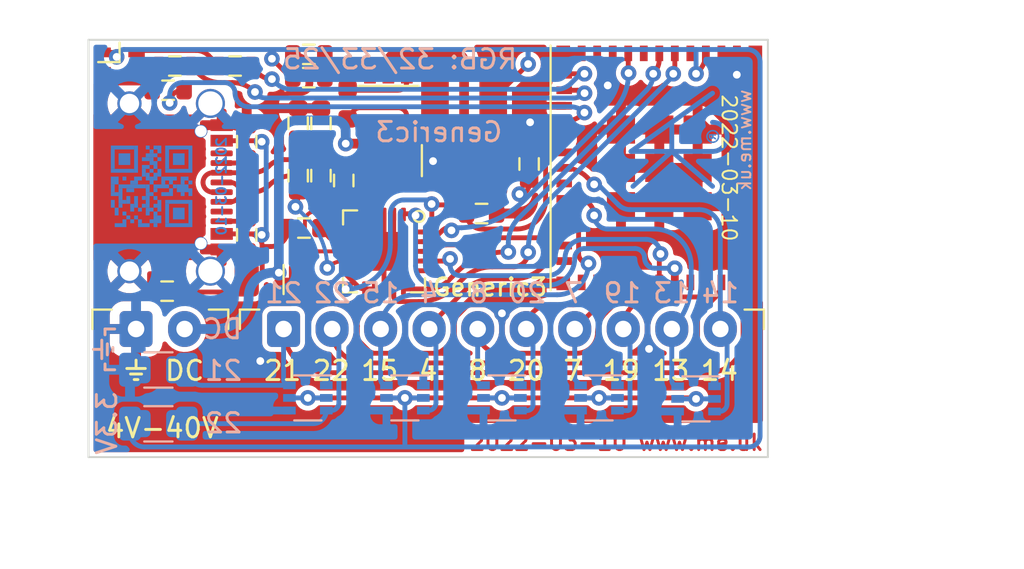
<source format=kicad_pcb>
(kicad_pcb (version 20211014) (generator pcbnew)
  (title_block (title "Generic ESP32-PICO-MINI Module") (date "${DATE}") (rev "1") (company "Adrian Kennard, Andrews & Arnold Ltd"))
  (layers (0 "F.Cu" signal) (31 "B.Cu" signal) (34 "B.Paste" user) (35 "F.Paste" user) (36 "B.SilkS" user "B.Silkscreen") (37 "F.SilkS" user "F.Silkscreen") (38 "B.Mask" user) (39 "F.Mask" user) (44 "Edge.Cuts" user))
  (property "DATE" "2022-03-10")
  (net 0 "")
  (net 1 "GND")
  (net 2 "VBUS")
  (net 3 "+3V3")
  (net 4 "IO2")
  (net 5 "IO1")
  (net 6 "IO4")
  (net 7 "IO3")
  (net 8 "IO5")
  (net 9 "IO6")
  (net 10 "IO7")
  (net 11 "IO8")
  (net 12 "IO9")
  (net 13 "DC")
  (net 14 "IO10")
  (net 16 "Net-(J3-PadB5)")
  (net 17 "Net-(J3-PadA5)")
  (net 19 "R")
  (net 20 "G")
  (net 21 "B")
  (net 22 "D-")
  (net 23 "D+")
  (net 26 "EN")
  (net 27 "CHARGER")
  (net 28 "USB")
  (net 31 "GPIO0")
  (net 34 "I")
  (net 35 "O")
  (net 37 "Net-(C3-Pad1)")
  (net 38 "Net-(R10-Pad2)")
  (net 39 "Net-(C1-Pad1)")
  (net 40 "Net-(D6-Pad2)")
  (net 41 "Net-(D6-Pad3)")
  (net 42 "Net-(D6-Pad4)")
  (net 47 "Net-(R11-Pad2)")
  (footprint "RevK:C_0603" (layer "F.Cu") (at 147.75 58.55 90)
    (fp_text reference "C1" hide)
    (fp_text value "47pF")
  )
  (footprint "RevK:R_0603" (layer "F.Cu") (at 141.05 56.85)
    (fp_text reference "R4" hide)
    (fp_text value "220R")
  )
  (footprint "RevK:C_0603" (layer "F.Cu") (at 141 67.2)
    (fp_text reference "C4" hide)
    (fp_text value "10nF")
  )
  (footprint "RevK:R_0603" (layer "F.Cu") (at 159.65 60.65 -90)
    (fp_text reference "R1" hide)
    (fp_text value "10k")
  )
  (footprint "RevK:D_1206" (layer "F.Cu") (at 146.5 66.6 180)
    (fp_text reference "D7" hide)
    (fp_text value "D")
  )
  (footprint "RevK:Hidden" (layer "F.Cu") (at 150.3 57.55 90)
    (fp_text reference "C5" hide)
    (fp_text value "0.1uF")
  )
  (footprint "RevK:C_0603" (layer "F.Cu") (at 157.2 63.2)
    (fp_text reference "C2" hide)
    (fp_text value "100nF")
  )
  (footprint "RevK:R_0603" (layer "F.Cu") (at 150.1 61.5 90)
    (fp_text reference "R12" hide)
    (fp_text value "10k")
  )
  (footprint "RevK:RegulatorBlockFB" (layer "F.Cu") (at 152.4 57.3)
    (fp_text reference "U3" hide)
    (fp_text value "LMR16006+FB")
  )
  (footprint "RevK:USC16-TR-Round" (layer "F.Cu") (at 136.95 61.85 -90)
    (fp_text reference "J3" hide)
    (fp_text value "USB-C")
  )
  (footprint "RevK:R_0603" (layer "F.Cu") (at 141.4 55.6)
    (fp_text reference "R3" hide)
    (fp_text value "2K")
  )
  (footprint "RevK:C_0603" (layer "F.Cu") (at 148.92548 58.56 90)
    (fp_text reference "C3" hide)
    (fp_text value "47pF")
  )
  (footprint "RevK:Hidden" (layer "F.Cu") (at 154.68 60.47)
    (fp_text reference "D8" hide)
    (fp_text value "Schottky")
  )
  (footprint "RevK:Molex_MiniSPOX_H2RA" (layer "F.Cu") (at 140.65 69.15)
    (fp_text reference "J1" hide)
    (fp_text value "DC")
  )
  (footprint "RevK:R_0603" (layer "F.Cu") (at 148.3 55)
    (fp_text reference "R10" hide)
    (fp_text value "30k 1% or NF")
  )
  (footprint "RevK:Hidden" (layer "F.Cu") (at 156.3 57.3 -90)
    (fp_text reference "L1" hide)
    (fp_text value "6.8uH")
  )
  (footprint "RevK:R_0603" (layer "F.Cu") (at 145.1 59.5 90)
    (fp_text reference "R5" hide)
    (fp_text value "5K1")
  )
  (footprint "RevK:R_0603" (layer "F.Cu") (at 148.92548 61.25 -90)
    (fp_text reference "R8" hide)
    (fp_text value "27R")
  )
  (footprint "RevK:ESP32-PICO-MINI-02" (layer "F.Cu") (at 166.35675 60.85 -90)
    (fp_text reference "U1" hide)
    (fp_text value "ESP32-PICO-MINI-02")
  )
  (footprint "RevK:Molex_MiniSPOX_H10RA" (layer "F.Cu") (at 158.25 69.15)
    (fp_text reference "J2" hide)
    (fp_text value "I/O")
  )
  (footprint "RevK:QFN-20-1EP_4x4mm_P0.5mm_EP2.5x2.5mm" (layer "F.Cu") (at 152.175 65.15 -90)
    (fp_text reference "U2" hide)
    (fp_text value "FT231XQ")
  )
  (footprint "RevK:Hidden" (layer "F.Cu") (at 151.55 60.85 90)
    (fp_text reference "C6" hide)
    (fp_text value "2.2uF")
  )
  (footprint "RevK:LED-RGB-1.6x1.6" (layer "F.Cu") (at 138.55 55.4 180)
    (fp_text reference "D6" hide)
    (fp_text value "RGB")
  )
  (footprint "RevK:R_0603" (layer "F.Cu") (at 148.05 63.95)
    (fp_text reference "R11" hide)
    (fp_text value "4k7")
  )
  (footprint "RevK:R_0603" (layer "F.Cu") (at 148.3 56.2)
    (fp_text reference "R9" hide)
    (fp_text value "100k 1% or 0R")
  )
  (footprint "RevK:R_0603" (layer "F.Cu") (at 147.75 61.25 -90)
    (fp_text reference "R7" hide)
    (fp_text value "27R")
  )
  (footprint "RevK:Hidden" (layer "F.Cu") (at 157.8 60.85 90)
    (fp_text reference "C7" hide)
    (fp_text value "10uF")
  )
  (footprint "RevK:R_0603" (layer "F.Cu") (at 145.1 64.3 90)
    (fp_text reference "R6" hide)
    (fp_text value "5K1")
  )
  (footprint "RevK:R_0603" (layer "F.Cu") (at 144.5 55.6)
    (fp_text reference "R2" hide)
    (fp_text value "680R")
  )
  (footprint "Package_TO_SOT_SMD:SOT-363_SC-70-6" (layer "B.Cu") (at 163.25 72.7 180)
    (fp_text reference "D4" hide)
    (fp_text value "BAV99S")
  )
  (footprint "RevK:Pad_1206_0805_Open" (layer "B.Cu") (at 140.55 71.25)
    (fp_text reference "JP1" hide)
    (fp_text value "Jumper_2_Open")
  )
  (footprint "Package_TO_SOT_SMD:SOT-363_SC-70-6" (layer "B.Cu") (at 148.25 72.7 180)
    (fp_text reference "D1" hide)
    (fp_text value "BAV99S")
  )
  (footprint "Package_TO_SOT_SMD:SOT-363_SC-70-6" (layer "B.Cu") (at 158.25 72.7 180)
    (fp_text reference "D3" hide)
    (fp_text value "BAV99S")
  )
  (footprint "Package_TO_SOT_SMD:SOT-363_SC-70-6" (layer "B.Cu") (at 153.25 72.7 180)
    (fp_text reference "D2" hide)
    (fp_text value "BAV99S")
  )
  (footprint "RevK:QR-GENERIC" (layer "B.Cu") (at 140.2 61.8 -90)
    (fp_text reference "U4" hide)
    (fp_text value "QR" hide)
  )
  (footprint "Package_TO_SOT_SMD:SOT-363_SC-70-6" (layer "B.Cu") (at 168.25 72.75 180)
    (fp_text reference "D5" hide)
    (fp_text value "BAV99S")
  )
  (footprint "RevK:Pad_1206_0805_Open" (layer "B.Cu") (at 140.55 74.025)
    (fp_text reference "JP2" hide)
    (fp_text value "Jumper_2_Open")
  )
  (footprint "RevK:AJK" (layer "B.Cu") (at 167 60 -90)
    (fp_text reference "Logo1" hide)
    (fp_text value "AJK" hide)
  )
  (gr_line (start 138.3 71.25) (end 137.8 71.25) (layer "B.SilkS") (width 0.15))
  (gr_line (start 137.8 70.95) (end 137.8 71.25) (layer "B.SilkS") (width 0.15))
  (gr_line (start 137.8 69.15) (end 137.8 69.45) (layer "B.SilkS") (width 0.15))
  (gr_line (start 138.3 69.15) (end 137.8 69.15) (layer "B.SilkS") (width 0.15))
  (gr_line (start 136.95 75.75) (end 171.95 75.75) (layer "Edge.Cuts") (width 0.1))
  (gr_line (start 171.95 75.75) (end 171.95 54.25) (layer "Edge.Cuts") (width 0.1))
  (gr_line (start 136.95 54.25) (end 136.95 75.75) (layer "Edge.Cuts") (width 0.1))
  (gr_line (start 171.95 54.25) (end 136.95 54.25) (layer "Edge.Cuts") (width 0.1))
  (gr_text "${DATE} www.me.uk" (at 171.8 75) (layer "F.Cu") (effects (font (size 0.8 0.8)) (justify right)))
  (gr_text "DC" (at 143.85 69.15) (layer "B.SilkS") (effects (font (size 1 1)) (justify mirror)))
  (gr_text "Generic3" (at 155 59) (layer "B.SilkS") (effects (font (size 1 1)) (justify mirror)))
  (gr_text "21" (at 143.897619 71.3) (layer "B.SilkS") (effects (font (size 1 1)) (justify mirror)))
  (gr_text "13" (at 167 67.3) (layer "B.SilkS") (effects (font (size 1 1)) (justify mirror)))
  (gr_text "3.3V" (at 137.9 74 90) (layer "B.SilkS") (effects (font (size 1 1)) (justify mirror)))
  (gr_text "RGB: 32/33/25" (at 153 55.25) (layer "B.SilkS") (effects (font (size 1 1)) (justify mirror)))
  (gr_text "8" (at 157.05 67.3) (layer "B.SilkS") (effects (font (size 1 1)) (justify mirror)))
  (gr_text "4" (at 154.5 67.3) (layer "B.SilkS") (effects (font (size 1 1)) (justify mirror)))
  (gr_text "19" (at 164.45 67.3) (layer "B.SilkS") (effects (font (size 1 1)) (justify mirror)))
  (gr_text "21" (at 147 67.3) (layer "B.SilkS") (effects (font (size 1 1)) (justify mirror)))
  (gr_text "22" (at 143.897619 74) (layer "B.SilkS") (effects (font (size 1 1)) (justify mirror)))
  (gr_text "20" (at 159.55 67.3) (layer "B.SilkS") (effects (font (size 1 1)) (justify mirror)))
  (gr_text "15" (at 152 67.3) (layer "B.SilkS") (effects (font (size 1 1)) (justify mirror)))
  (gr_text "7" (at 161.95 67.3) (layer "B.SilkS") (effects (font (size 1 1)) (justify mirror)))
  (gr_text "14" (at 169.5 67.3) (layer "B.SilkS") (effects (font (size 1 1)) (justify mirror)))
  (gr_text "⏚" (at 137.75 70.200001 90) (layer "B.SilkS") (effects (font (size 1 1)) (justify mirror)))
  (gr_text "22" (at 149.5 67.3) (layer "B.SilkS") (effects (font (size 1 1)) (justify mirror)))
  (gr_text "⏚" (at 139.4 71.3) (layer "F.SilkS") (effects (font (size 1 1))))
  (gr_text "4" (at 154.45 71.3) (layer "F.SilkS") (effects (font (size 1 1))))
  (gr_text "19" (at 164.4 71.3) (layer "F.SilkS") (effects (font (size 1 1))))
  (gr_text "Generic3" (at 154.6 67) (layer "F.SilkS") (effects (font (size 0.9 0.9)) (justify left)))
  (gr_text "15" (at 151.95 71.3) (layer "F.SilkS") (effects (font (size 1 1))))
  (gr_text "21" (at 146.95 71.3) (layer "F.SilkS") (effects (font (size 1 1))))
  (gr_text "14" (at 169.45 71.3) (layer "F.SilkS") (effects (font (size 1 1))))
  (gr_text "7" (at 161.9 71.3) (layer "F.SilkS") (effects (font (size 1 1))))
  (gr_text "22" (at 149.45 71.3) (layer "F.SilkS") (effects (font (size 1 1))))
  (gr_text "DC" (at 141.9 71.3) (layer "F.SilkS") (effects (font (size 1 1))))
  (gr_text "4V-40V" (at 140.75 74.25) (layer "F.SilkS") (effects (font (size 1 1))))
  (gr_text "8" (at 157 71.3) (layer "F.SilkS") (effects (font (size 1 1))))
  (gr_text "13" (at 166.95 71.3) (layer "F.SilkS") (effects (font (size 1 1))))
  (gr_text "20" (at 159.5 71.3) (layer "F.SilkS") (effects (font (size 1 1))))
  (segment (start 151.175 64.15) (end 151.7375 64.7125) (width 0.25) (layer "F.Cu") (net 1))
  (segment (start 151.513498 70.39952) (end 155.20048 70.39952) (width 0.25) (layer "F.Cu") (net 1))
  (segment (start 150.654809 60.90481) (end 151.55 61.8) (width 0.25) (layer "F.Cu") (net 1))
  (segment (start 157.8 61.8) (end 157.8 63.025) (width 0.25) (layer "F.Cu") (net 1))
  (segment (start 150.8 69) (end 150.8 69.686022) (width 0.25) (layer "F.Cu") (net 1))
  (segment (start 152.675 64.65) (end 152.175 65.15) (width 0.25) (layer "F.Cu") (net 1))
  (segment (start 148.4 55.908217) (end 148.4 56.491783) (width 0.25) (layer "F.Cu") (net 1))
  (segment (start 147.891783 57) (end 147.4 57) (width 0.25) (layer "F.Cu") (net 1))
  (segment (start 145.9 58.6) (end 145.175 58.6) (width 0.25) (layer "F.Cu") (net 1))
  (segment (start 143.81 65.05) (end 145.025 65.05) (width 0.25) (layer "F.Cu") (net 1))
  (segment (start 147.475 55) (end 147.491783 55) (width 0.25) (layer "F.Cu") (net 1))
  (segment (start 152.175 63.2125) (end 152.175 65.15) (width 0.25) (layer "F.Cu") (net 1))
  (segment (start 155.8 68.613978) (end 156.513498 67.90048) (width 0.25) (layer "F.Cu") (net 1))
  (segment (start 146.4 58) (end 146.4 58.1) (width 0.25) (layer "F.Cu") (net 1))
  (segment (start 151.675 63.2125) (end 151.675 61.925) (width 0.25) (layer "F.Cu") (net 1))
  (segment (start 156.1625 60.47) (end 154.73 60.47) (width 0.5) (layer "F.Cu") (net 1))
  (segment (start 139.4 69.15) (end 139.4 71.5) (width 0.25) (layer "F.Cu") (net 1))
  (segment (start 157.8 63.025) (end 157.975 63.2) (width 0.25) (layer "F.Cu") (net 1))
  (segment (start 151.675 61.925) (end 151.55 61.8) (width 0.25) (layer "F.Cu") (net 1))
  (segment (start 156.513498 67.90048) (end 157.98777 67.90048) (width 0.25) (layer "F.Cu") (net 1))
  (segment (start 151.7375 64.7125) (end 152.175 65.15) (width 0.25) (layer "F.Cu") (net 1))
  (segment (start 152.675 63.2125) (end 152.675 64.65) (width 0.25) (layer "F.Cu") (net 1))
  (segment (start 150.2375 64.15) (end 151.175 64.15) (width 0.25) (layer "F.Cu") (net 1))
  (segment (start 151.675 63.2125) (end 151.675 64.65) (width 0.25) (layer "F.Cu") (net 1))
  (segment (start 146.262507 67.8) (end 149.6 67.8) (width 0.25) (layer "F.Cu") (net 1))
  (segment (start 152.175 67.0875) (end 152.175 65.15) (width 0.25) (layer "F.Cu") (net 1))
  (segment (start 158.197793 68.110503) (end 158.197793 68.288933) (width 0.25) (layer "F.Cu") (net 1))
  (segment (start 155.8 69.8) (end 155.8 68.613978) (width 0.25) (layer "F.Cu") (net 1))
  (segment (start 151.175 63.2125) (end 151.175 64.15) (width 0.25) (layer "F.Cu") (net 1))
  (segment (start 139.4 71.5) (end 143.4 71.5) (width 0.25) (layer "F.Cu") (net 1))
  (segment (start 143.6 71.3) (end 143.6 70.462507) (width 0.25) (layer "F.Cu") (net 1))
  (segment (start 150.8 69.686022) (end 151.513498 70.39952) (width 0.25) (layer "F.Cu") (net 1))
  (via (at 159.7 58.5) (size 0.8) (drill 0.4) (layers "F.Cu" "B.Cu") (net 1))
  (via (at 158.25 68.34114) (size 0.8) (drill 0.4) (layers "F.Cu" "B.Cu") (net 1))
  (via (at 154.7 60.5) (size 0.8) (drill 0.4) (layers "F.Cu" "B.Cu") (net 1))
  (via (at 165.827661 70.1755) (size 0.8) (drill 0.4) (layers "F.Cu" "B.Cu") (net 1))
  (via (at 163.7 56.6) (size 0.8) (drill 0.4) (layers "F.Cu" "B.Cu") (net 1))
  (via (at 170.35 56.05) (size 0.8) (drill 0.4) (layers "F.Cu" "B.Cu") (net 1))
  (via (at 145.8 70.8) (size 0.8) (drill 0.4) (layers "F.Cu" "B.Cu") (net 1))
  (arc (start 146.4 58.1) (mid 146.253553 58.453553) (end 145.9 58.6) (width 0.25) (layer "F.Cu") (net 1))
  (arc (start 154.73 60.47) (mid 154.708787 60.478787) (end 154.7 60.5) (width 0.5) (layer "F.Cu") (net 1))
  (arc (start 147.4 57) (mid 146.692893 57.292893) (end 146.4 58) (width 0.25) (layer "F.Cu") (net 1))
  (arc (start 143.4 71.5) (mid 143.541421 71.441421) (end 143.6 71.3) (width 0.25) (layer "F.Cu") (net 1))
  (arc (start 143.6 70.462507) (mid 144.37983 68.57983) (end 146.262507 67.8) (width 0.25) (layer "F.Cu") (net 1))
  (arc (start 155.20048 70.39952) (mid 155.624405 70.223925) (end 155.8 69.8) (width 0.25) (layer "F.Cu") (net 1))
  (arc (start 149.6 67.8) (mid 150.448528 68.151472) (end 150.8 69) (width 0.25) (layer "F.Cu") (net 1))
  (arc (start 148.4 56.491783) (mid 148.251147 56.851147) (end 147.891783 57) (width 0.25) (layer "F.Cu") (net 1))
  (arc (start 145.175 58.6) (mid 145.121967 58.621967) (end 145.1 58.675) (width 0.25) (layer "F.Cu") (net 1))
  (arc (start 157.98777 67.90048) (mid 158.136279 67.961994) (end 158.197793 68.110503) (width 0.25) (layer "F.Cu") (net 1))
  (arc (start 158.197793 68.288933) (mid 158.213084 68.325849) (end 158.25 68.34114) (width 0.25) (layer "F.Cu") (net 1))
  (arc (start 145.025 65.05) (mid 145.078033 65.071967) (end 145.1 65.125) (width 0.25) (layer "F.Cu") (net 1))
  (arc (start 150.1 60.675) (mid 150.400261 60.734726) (end 150.654809 60.90481) (width 0.25) (layer "F.Cu") (net 1))
  (arc (start 147.491783 55) (mid 148.133989 55.266011) (end 148.4 55.908217) (width 0.25) (layer "F.Cu") (net 1))
  (segment (start 149.024012 71.710841) (end 149.040273 71.709727) (width 0.25) (layer "B.Cu") (net 1))
  (segment (start 149.040273 71.709727) (end 149.300544 71.969999) (width 0.25) (layer "B.Cu") (net 1))
  (segment (start 160.832765 63.509991) (end 160.832765 65.47411) (width 0.25) (layer "B.Cu") (net 1))
  (segment (start 149.974501 63.629205) (end 149.974501 66.300099) (width 0.25) (layer "B.Cu") (net 1))
  (segment (start 168.3 68.613978) (end 168.7 68.213978) (width 0.25) (layer "B.Cu") (net 1))
  (segment (start 163.2 70.3) (end 163.2 68.4) (width 0.25) (layer "B.Cu") (net 1))
  (segment (start 153.3 68.613978) (end 153.3 70.1) (width 0.25) (layer "B.Cu") (net 1))
  (segment (start 160.832765 65.47411) (end 160.382374 65.924501) (width 0.25) (layer "B.Cu") (net 1))
  (segment (start 167.7 63.5) (end 164.364296 63.5) (width 0.25) (layer "B.Cu") (net 1))
  (segment (start 152.132927 61.470779) (end 149.974501 63.629205) (width 0.25) (layer "B.Cu") (net 1))
  (segment (start 148.301494 67.973106) (end 148.301494 70.101494) (width 0.25) (layer "B.Cu") (net 1))
  (segment (start 169.00772 71.06181) (end 168.901125 71.027175) (width 0.25) (layer "B.Cu") (net 1))
  (segment (start 154.736921 64.575728) (end 154.736921 63.744697) (width 0.25) (layer "B.Cu") (net 1))
  (segment (start 163.7 56.6) (end 163.7 55.782842) (width 0.25) (layer "B.Cu") (net 1))
  (segment (start 155.279646 64.793396) (end 155.259061 64.813981) (width 0.25) (layer "B.Cu") (net 1))
  (segment (start 154.736921 63.744697) (end 155.670779 62.810839) (width 0.25) (layer "B.Cu") (net 1))
  (segment (start 169.2 72.1) (end 169.2 71.380998) (width 0.25) (layer "B.Cu") (net 1))
  (segment (start 154.2 70.8) (end 154.2 71.85) (width 0.25) (layer "B.Cu") (net 1))
  (segment (start 168.845085 71.026083) (end 168.826083 71.026083) (width 0.25) (layer "B.Cu") (net 1))
  (segment (start 163.8 70.8) (end 163.7 70.8) (width 0.25) (layer "B.Cu") (net 1))
  (segment (start 169.098394 71.127689) (end 169.00772 71.06181) (width 0.25) (layer "B.Cu") (net 1))
  (segment (start 161.487868 55.412132) (end 160.9 56) (width 0.25) (layer "B.Cu") (net 1))
  (segment (start 168.901125 71.027175) (end 168.845085 71.026083) (width 0.25) (layer "B.Cu") (net 1))
  (segment (start 168.7 64.5) (end 167.7 63.5) (width 0.25) (layer "B.Cu") (net 1))
  (segment (start 169.198908 71.324958) (end 169.164273 71.218363) (width 0.25) (layer "B.Cu") (net 1))
  (segment (start 163.258579 55.2) (end 162 55.2) (width 0.25) (layer "B.Cu") (net 1))
  (segment (start 148.301494 70.101494) (end 148.9807 70.7807) (width 0.25) (layer "B.Cu") (net 1))
  (segment (start 155.259061 64.813981) (end 154.975174 64.813981) (width 0.25) (layer "B.Cu") (net 1))
  (segment (start 154 70.8) (end 154.2 70.8) (width 0.25) (layer "B.Cu") (net 1))
  (segment (start 148.979586 71.666415) (end 148.995847 71.69458) (width 0.25) (layer "B.Cu") (net 1))
  (segment (start 168.826083 71.026083) (end 168.3 70.5) (width 0.25) (layer "B.Cu") (net 1))
  (segment (start 149.285237 72.006954) (end 149.242191 72.05) (width 0.25) (layer "B.Cu") (net 1))
  (segment (start 164.364296 63.5) (end 163.379816 62.51552) (width 0.25) (layer "B.Cu") (net 1))
  (segment (start 168.3 70.5) (end 168.3 68.613978) (width 0.25) (layer "B.Cu") (net 1))
  (segment (start 148.995847 71.69458) (end 149.024012 71.710841) (width 0.25) (layer "B.Cu") (net 1))
  (segment (start 160.382374 65.924501) (end 157.010949 65.924501) (width 0.25) (layer "B.Cu") (net 1))
  (segment (start 163.379816 62.51552) (end 161.827236 62.51552) (width 0.25) (layer "B.Cu") (net 1))
  (segment (start 149.300544 71.969999) (end 149.285237 72.006954) (width 0.25) (layer "B.Cu") (net 1))
  (segment (start 161.827236 62.51552) (end 160.832765 63.509991) (width 0.25) (layer "B.Cu") (net 1))
  (segment (start 155.670779 62.810839) (end 155.670779 61.470779) (width 0.25) (layer "B.Cu") (net 1))
  (segment (start 155.670779 61.470779) (end 152.132927 61.470779) (width 0.25) (layer "B.Cu") (net 1))
  (segment (start 148.9807 70.7807) (end 148.9807 71.650154) (width 0.25) (layer "B.Cu") (net 1))
  (segment (start 168.7 68.213978) (end 168.7 64.5) (width 0.25) (layer "B.Cu") (net 1))
  (segment (start 148.9807 71.650154) (end 148.979586 71.666415) (width 0.25) (layer "B.Cu") (net 1))
  (segment (start 149.974501 66.300099) (end 148.301494 67.973106) (width 0.25) (layer "B.Cu") (net 1))
  (segment (start 149.242191 72.05) (end 149.2 72.05) (width 0.25) (layer "B.Cu") (net 1))
  (segment (start 164.2 72.05) (end 164.2 71.4) (width 0.25) (layer "B.Cu") (net 1))
  (segment (start 157.010949 65.924501) (end 155.879844 64.793396) (width 0.25) (layer "B.Cu") (net 1))
  (segment (start 169.164273 71.218363) (end 169.098394 71.127689) (width 0.25) (layer "B.Cu") (net 1))
  (segment (start 154.013498 67.90048) (end 162.70048 67.90048) (width 0.25) (layer "B.Cu") (net 1))
  (segment (start 155.879844 64.793396) (end 155.279646 64.793396) (width 0.25) (layer "B.Cu") (net 1))
  (segment (start 148.9807 71.650155) (end 149.040273 71.709727) (width 0.25) (layer "B.Cu") (net 1))
  (segment (start 154.975174 64.813981) (end 154.736921 64.575728) (width 0.25) (layer "B.Cu") (net 1))
  (segment (start 169.2 71.380998) (end 169.198908 71.324958) (width 0.25) (layer "B.Cu") (net 1))
  (arc (start 163.7 55.782842) (mid 163.648022 55.52153) (end 163.5 55.3) (width 0.25) (layer "B.Cu") (net 1))
  (arc (start 164.2 71.2) (mid 164.082843 70.917157) (end 163.8 70.8) (width 0.25) (layer "B.Cu") (net 1))
  (arc (start 153.3 70.1) (mid 153.505025 70.594975) (end 154 70.8) (width 0.25) (layer "B.Cu") (net 1))
  (arc (start 163.2 68.4) (mid 163.053694 68.046786) (end 162.70048 67.90048) (width 0.25) (layer "B.Cu") (net 1))
  (arc (start 163.5 55.3) (mid 163.389235 55.225989) (end 163.258579 55.2) (width 0.25) (layer "B.Cu") (net 1))
  (arc (start 163.7 70.8) (mid 163.346447 70.653553) (end 163.2 70.3) (width 0.25) (layer "B.Cu") (net 1))
  (arc (start 162 55.2) (mid 161.722836 55.255131) (end 161.487868 55.412132) (width 0.25) (layer "B.Cu") (net 1))
  (arc (start 154.013498 67.90048) (mid 153.508979 68.109459) (end 153.3 68.613978) (width 0.25) (layer "B.Cu") (net 1))
  (segment (start 143.81 64.25) (end 145.752864 64.25) (width 0.25) (layer "F.Cu") (net 2))
  (segment (start 145.89952 64.90048) (end 146.338824 64.90048) (width 0.25) (layer "F.Cu") (net 2))
  (segment (start 145.1 66.6) (end 145.5 66.6) (width 0.25) (layer "F.Cu") (net 2))
  (segment (start 145.89952 64.90048) (end 145.89952 66.20048) (width 0.25) (layer "F.Cu") (net 2))
  (segment (start 143.81 59.45) (end 145.752864 59.45) (width 0.25) (layer "F.Cu") (net 2))
  (segment (start 141.819511 67.244511) (end 144.455489 67.244511) (width 0.25) (layer "F.Cu") (net 2))
  (segment (start 147.225 63.95) (end 147.225 64.014304) (width 0.25) (layer "F.Cu") (net 2))
  (segment (start 141.775 67.2) (end 141.819511 67.244511) (width 0.25) (layer "F.Cu") (net 2))
  (via (at 145.873574 64.3) (size 0.8) (drill 0.4) (layers "F.Cu" "B.Cu") (net 2))
  (via (at 145.873574 59.5) (size 0.8) (drill 0.4) (layers "F.Cu" "B.Cu") (net 2))
  (arc (start 145.752864 59.45) (mid 145.818191 59.462995) (end 145.873574 59.5) (width 0.25) (layer "F.Cu") (net 2))
  (arc (start 147.225 64.014304) (mid 146.965445 64.640925) (end 146.338824 64.90048) (width 0.25) (layer "F.Cu") (net 2))
  (arc (start 145.24904 64.25) (mid 145.708999 64.440521) (end 145.89952 64.90048) (width 0.25) (layer "F.Cu") (net 2))
  (arc (start 145.752864 64.25) (mid 145.818191 64.262995) (end 145.873574 64.3) (width 0.25) (layer "F.Cu") (net 2))
  (arc (start 144.455489 67.244511) (mid 144.911227 67.055738) (end 145.1 66.6) (width 0.25) (layer "F.Cu") (net 2))
  (arc (start 145.5 66.6) (mid 145.782503 66.482983) (end 145.89952 66.20048) (width 0.25) (layer "F.Cu") (net 2))
  (segment (start 145.92299 64.298924) (end 145.873574 64.3) (width 0.25) (layer "B.Cu") (net 2))
  (segment (start 146.104044 59.68213) (end 146.104044 64.11787) (width 0.25) (layer "B.Cu") (net 2))
  (segment (start 145.873574 59.5) (end 145.92299 59.501076) (width 0.25) (layer "B.Cu") (net 2))
  (segment (start 145.92299 59.501076) (end 146.104044 59.68213) (width 0.25) (layer "B.Cu") (net 2))
  (segment (start 146.104044 64.11787) (end 145.92299 64.298924) (width 0.25) (layer "B.Cu") (net 2))
  (segment (start 163.25 72.7) (end 168.05 72.7) (width 0.25) (layer "F.Cu") (net 3))
  (segment (start 150.587989 66.712011) (end 150.813909 66.937931) (width 0.25) (layer "F.Cu") (net 3))
  (segment (start 156.038191 62.756124) (end 154.674074 62.756124) (width 0.25) (layer "F.Cu") (net 3))
  (segment (start 137.675 54.9) (end 138.16925 54.9) (width 0.25) (layer "F.Cu") (net 3))
  (segment (start 150.2 67.1) (end 150.587989 66.712011) (width 0.25) (layer "F.Cu") (net 3))
  (segment (start 157.8 59.9) (end 159.575 59.9) (width 0.25) (layer "F.Cu") (net 3))
  (segment (start 158.25 72.7) (end 163.25 72.7) (width 0.25) (layer "F.Cu") (net 3))
  (segment (start 146.4 55.227609) (end 147.372391 56.2) (width 0.25) (layer "F.Cu") (net 3))
  (segment (start 154.635971 63.693733) (end 154.635971 62.718021) (width 0.25) (layer "F.Cu") (net 3))
  (segment (start 154.628244 62.710294) (end 154.674074 62.756124) (width 0.25) (layer "F.Cu") (net 3))
  (segment (start 147.372391 56.2) (end 147.475 56.2) (width 0.25) (layer "F.Cu") (net 3))
  (segment (start 159.6 55.5) (end 157.835356 57.264644) (width 0.25) (layer "F.Cu") (net 3))
  (segment (start 157.22452 63.99952) (end 159.00048 63.99952) (width 0.25) (layer "F.Cu") (net 3))
  (segment (start 148.25 72.7) (end 153.25 72.7) (width 0.25) (layer "F.Cu") (net 3))
  (segment (start 151.175 67.0875) (end 151.675 67.0875) (width 0.25) (layer "F.Cu") (net 3))
  (segment (start 168.372614 55.877386) (end 168.25 56) (width 0.25) (layer "F.Cu") (net 3))
  (segment (start 160.5 62.5) (end 160.5 60.675) (width 0.25) (layer "F.Cu") (net 3))
  (segment (start 150.2375 66.361522) (end 150.587989 66.712011) (width 0.25) (layer "F.Cu") (net 3))
  (segment (start 150.2375 66.15) (end 150.2375 66.361522) (width 0.25) (layer "F.Cu") (net 3))
  (segment (start 153.25 72.7) (end 158.25 72.7) (width 0.25) (layer "F.Cu") (net 3))
  (segment (start 138.16925 54.9) (end 138.400499 55.131249) (width 0.25) (layer "F.Cu") (net 3))
  (via (at 153.25 72.7) (size 0.8) (drill 0.4) (layers "F.Cu" "B.Cu") (net 3))
  (via (at 148.25 72.7) (size 0.8) (drill 0.4) (layers "F.Cu" "B.Cu") (net 3))
  (via (at 138.400499 55.131249) (size 0.8) (drill 0.4) (layers "F.Cu" "B.Cu") (net 3))
  (via (at 146.4 55.227609) (size 0.8) (drill 0.4) (layers "F.Cu" "B.Cu") (net 3))
  (via (at 168.25 56) (size 0.8) (drill 0.4) (layers "F.Cu" "B.Cu") (net 3))
  (via (at 168.25 72.75) (size 0.8) (drill 0.4) (layers "F.Cu" "B.Cu") (net 3))
  (via (at 159.6 55.5) (size 0.8) (drill 0.4) (layers "F.Cu" "B.Cu") (net 3))
  (via (at 158.25 72.7) (size 0.8) (drill 0.4) (layers "F.Cu" "B.Cu") (net 3))
  (via (at 154.628244 62.710294) (size 0.8) (drill 0.4) (layers "F.Cu" "B.Cu") (net 3))
  (via (at 150.2 67.1) (size 0.8) (drill 0.4) (layers "F.Cu" "B.Cu") (net 3))
  (via (at 163.25 72.7) (size 0.8) (drill 0.4) (layers "F.Cu" "B.Cu") (net 3))
  (arc (start 156.425 63.2) (mid 156.659174 63.765346) (end 157.22452 63.99952) (width 0.25) (layer "F.Cu") (net 3))
  (arc (start 150.813909 66.937931) (mid 150.979579 67.048628) (end 151.175 67.0875) (width 0.25) (layer "F.Cu") (net 3))
  (arc (start 156.425 63.2) (mid 156.314507 62.906429) (end 156.038191 62.756124) (width 0.25) (layer "F.Cu") (net 3))
  (arc (start 159.00048 63.99952) (mid 160.060801 63.560321) (end 160.5 62.5) (width 0.25) (layer "F.Cu") (net 3))
  (arc (start 159.575 59.9) (mid 159.628033 59.878033) (end 159.65 59.825) (width 0.25) (layer "F.Cu") (net 3))
  (arc (start 157.835356 57.264644) (mid 157.809189 57.303805) (end 157.8 57.35) (width 0.25) (layer "F.Cu") (net 3))
  (arc (start 160.5 60.675) (mid 160.251041 60.073959) (end 159.65 59.825) (width 0.25) (layer "F.Cu") (net 3))
  (arc (start 154.1125 64.15) (mid 154.458777 64.01967) (end 154.635971 63.693733) (width 0.25) (layer "F.Cu") (net 3))
  (arc (start 168.75675 54.95) (mid 168.656916 55.451898) (end 168.372614 55.877386) (width 0.25) (layer "F.Cu") (net 3))
  (segment (start 168.25 54.75) (end 168.1 54.75) (width 0.25) (layer "B.Cu") (net 3))
  (segment (start 168.25 72.75) (end 169.2 72.75) (width 0.25) (layer "B.Cu") (net 3))
  (segment (start 171.55 55.7) (end 171.55 55.4) (width 0.25) (layer "B.Cu") (net 3))
  (segment (start 152.5 64.8) (end 152.5 63.2) (width 0.25) (layer "B.Cu") (net 3))
  (segment (start 167.3 72.75) (end 168.25 72.75) (width 0.25) (layer "B.Cu") (net 3))
  (segment (start 152.3 72.7) (end 153.25 72.7) (width 0.25) (layer "B.Cu") (net 3))
  (segment (start 148.25 72.7) (end 149.2 72.7) (width 0.25) (layer "B.Cu") (net 3))
  (segment (start 158.25 72.7) (end 159.2 72.7) (width 0.25) (layer "B.Cu") (net 3))
  (segment (start 153.2 62.5) (end 154.41795 62.5) (width 0.25) (layer "B.Cu") (net 3))
  (segment (start 163.25 72.7) (end 164.2 72.7) (width 0.25) (layer "B.Cu") (net 3))
  (segment (start 147.3 72.7) (end 148.25 72.7) (width 0.25) (layer "B.Cu") (net 3))
  (segment (start 139.0875 74.4875) (end 139.0875 74.025) (width 0.25) (layer "B.Cu") (net 3))
  (segment (start 168.25 56) (end 168.25 54.75) (width 0.25) (layer "B.Cu") (net 3))
  (segment (start 159.6 54.75) (end 159.6 55.6) (width 0.25) (layer "B.Cu") (net 3))
  (segment (start 146.477232 55.227609) (end 146.477232 54.786454) (width 0.25) (layer "B.Cu") (net 3))
  (segment (start 153.25 72.7) (end 154.2 72.7) (width 0.25) (layer "B.Cu") (net 3))
  (segment (start 162.3 72.7) (end 163.25 72.7) (width 0.25) (layer "B.Cu") (net 3))
  (segment (start 159.6 55.5) (end 159.6 54.75) (width 0.25) (layer "B.Cu") (net 3))
  (segment (start 168.1 54.75) (end 138.781748 54.75) (width 0.25) (layer "B.Cu") (net 3))
  (segment (start 171.55 55.7) (end 171.55 74.65) (width 0.25) (layer "B.Cu") (net 3))
  (segment (start 170.97548 75.22452) (end 139.82452 75.22452) (width 0.25) (layer "B.Cu") (net 3))
  (segment (start 170.9 54.75) (end 168.25 54.75) (width 0.25) (layer "B.Cu") (net 3))
  (segment (start 157.3 72.7) (end 158.25 72.7) (width 0.25) (layer "B.Cu") (net 3))
  (segment (start 153.25 72.5) (end 153.25 75.19904) (width 0.25) (layer "B.Cu") (net 3))
  (arc (start 139.82452 75.22452) (mid 139.303368 75.008652) (end 139.0875 74.4875) (width 0.25) (layer "B.Cu") (net 3))
  (arc (start 154.41795 62.5) (mid 154.56665 62.561594) (end 154.628244 62.710294) (width 0.25) (layer "B.Cu") (net 3))
  (arc (start 152.5 63.2) (mid 152.705025 62.705025) (end 153.2 62.5) (width 0.25) (layer "B.Cu") (net 3))
  (arc (start 171.55 55.4) (mid 171.359619 54.940381) (end 170.9 54.75) (width 0.25) (layer "B.Cu") (net 3))
  (arc (start 150.2 67.1) (mid 151.826346 66.426346) (end 152.5 64.8) (width 0.25) (layer "B.Cu") (net 3))
  (arc (start 171.55 74.65) (mid 171.381727 75.056247) (end 170.97548 75.22452) (width 0.25) (layer "B.Cu") (net 3))
  (arc (start 138.781748 54.75) (mid 138.512164 54.861665) (end 138.400499 55.131249) (width 0.25) (layer "B.Cu") (net 3))
  (segment (start 151.175 70.9) (end 167.2 70.9) (width 0.25) (layer "F.Cu") (net 4))
  (segment (start 168.53421 68.221562) (end 169.239243 67.516528) (width 0.25) (layer "F.Cu") (net 4))
  (segment (start 149.5 69.15) (end 149.5 69.225) (width 0.25) (layer "F.Cu") (net 4))
  (segment (start 168.32548 69.77452) (end 168.32548 68.72548) (width 0.25) (layer "F.Cu") (net 4))
  (arc (start 169.239243 67.516528) (mid 169.474233 67.164842) (end 169.55675 66.75) (width 0.25) (layer "F.Cu") (net 4))
  (arc (start 167.2 70.9) (mid 167.995835 70.570355) (end 168.32548 69.77452) (width 0.25) (layer "F.Cu") (net 4))
  (arc (start 168.32548 68.72548) (mid 168.379727 68.452761) (end 168.53421 68.221562) (width 0.25) (layer "F.Cu") (net 4))
  (arc (start 149.5 69.225) (mid 149.990596 70.409404) (end 151.175 70.9) (width 0.25) (layer "F.Cu") (net 4))
  (segment (start 149.849511 69.499511) (end 149.849511 72.950489) (width 0.25) (layer "B.Cu") (net 4))
  (segment (start 149.45 73.35) (end 149.2 73.35) (width 0.25) (layer "B.Cu") (net 4))
  (segment (start 148.525 74.025) (end 142.0125 74.025) (width 0.25) (layer "B.Cu") (net 4))
  (segment (start 149.5 69.15) (end 149.849511 69.499511) (width 0.25) (layer "B.Cu") (net 4))
  (arc (start 149.849511 72.950489) (mid 149.732497 73.232986) (end 149.45 73.35) (width 0.25) (layer "B.Cu") (net 4))
  (arc (start 149.2 73.35) (mid 149.002297 73.827297) (end 148.525 74.025) (width 0.25) (layer "B.Cu") (net 4))
  (segment (start 170.67452 69.62548) (end 170.67452 68.721328) (width 0.25) (layer "F.Cu") (net 5))
  (segment (start 170.35675 67.954164) (end 170.35675 66.75) (width 0.25) (layer "F.Cu") (net 5))
  (segment (start 149.25 71.4) (end 168.9 71.4) (width 0.25) (layer "F.Cu") (net 5))
  (arc (start 170.5 68.3) (mid 170.39398 68.141329) (end 170.35675 67.954164) (width 0.25) (layer "F.Cu") (net 5))
  (arc (start 168.9 71.4) (mid 170.154775 70.880255) (end 170.67452 69.62548) (width 0.25) (layer "F.Cu") (net 5))
  (arc (start 147 69.15) (mid 147.65901 70.74099) (end 149.25 71.4) (width 0.25) (layer "F.Cu") (net 5))
  (arc (start 170.67452 68.721328) (mid 170.629164 68.493307) (end 170.5 68.3) (width 0.25) (layer "F.Cu") (net 5))
  (segment (start 147.3 72.05) (end 142.8125 72.05) (width 0.25) (layer "B.Cu") (net 5))
  (segment (start 147 69.15) (end 147 71.75) (width 0.25) (layer "B.Cu") (net 5))
  (arc (start 142.8125 72.05) (mid 142.246815 71.815685) (end 142.0125 71.25) (width 0.25) (layer "B.Cu") (net 5))
  (arc (start 147 71.75) (mid 147.087868 71.962132) (end 147.3 72.05) (width 0.25) (layer "B.Cu") (net 5))
  (segment (start 160.4 65.9) (end 160.348527 65.951473) (width 0.25) (layer "F.Cu") (net 6))
  (segment (start 157.765686 66.565686) (end 158.865686 66.565686) (width 0.25) (layer "F.Cu") (net 6))
  (segment (start 161.45675 65.65) (end 161.003553 65.65) (width 0.25) (layer "F.Cu") (net 6))
  (segment (start 154.606066 68.893934) (end 156.346445 67.153555) (width 0.25) (layer "F.Cu") (net 6))
  (arc (start 161.003553 65.65) (mid 160.676913 65.714973) (end 160.4 65.9) (width 0.25) (layer "F.Cu") (net 6))
  (arc (start 154.5 69.15) (mid 154.527566 69.011418) (end 154.606066 68.893934) (width 0.25) (layer "F.Cu") (net 6))
  (arc (start 160.348527 65.951473) (mid 159.668194 66.406058) (end 158.865686 66.565686) (width 0.25) (layer "F.Cu") (net 6))
  (arc (start 156.346445 67.153555) (mid 156.997598 66.718468) (end 157.765686 66.565686) (width 0.25) (layer "F.Cu") (net 6))
  (segment (start 154.5 69.15) (end 154.849511 69.499511) (width 0.25) (layer "B.Cu") (net 6))
  (segment (start 154.45 73.35) (end 154.2 73.35) (width 0.25) (layer "B.Cu") (net 6))
  (segment (start 154.849511 69.499511) (end 154.849511 72.950489) (width 0.25) (layer "B.Cu") (net 6))
  (arc (start 154.849511 72.950489) (mid 154.732497 73.232986) (end 154.45 73.35) (width 0.25) (layer "B.Cu") (net 6))
  (segment (start 162.2 63.9) (end 162.2 65.262001) (width 0.25) (layer "F.Cu") (net 7))
  (segment (start 161.45675 63.25) (end 161.55 63.25) (width 0.25) (layer "F.Cu") (net 7))
  (via (at 162.707852 65.769853) (size 0.8) (drill 0.4) (layers "F.Cu" "B.Cu") (net 7))
  (arc (start 161.55 63.25) (mid 162.009619 63.440381) (end 162.2 63.9) (width 0.25) (layer "F.Cu") (net 7))
  (arc (start 162.2 65.262001) (mid 162.348746 65.621107) (end 162.707852 65.769853) (width 0.25) (layer "F.Cu") (net 7))
  (segment (start 152 69.15) (end 152 71.75) (width 0.25) (layer "B.Cu") (net 7))
  (segment (start 153.763997 67.386003) (end 161.091702 67.386003) (width 0.25) (layer "B.Cu") (net 7))
  (arc (start 162.707852 65.769853) (mid 162.234493 66.912644) (end 161.091702 67.386003) (width 0.25) (layer "B.Cu") (net 7))
  (arc (start 152 71.75) (mid 152.087868 71.962132) (end 152.3 72.05) (width 0.25) (layer "B.Cu") (net 7))
  (arc (start 152 69.15) (mid 152.516663 67.902666) (end 153.763997 67.386003) (width 0.25) (layer "B.Cu") (net 7))
  (segment (start 158.175 70.4) (end 162.1 70.4) (width 0.25) (layer "F.Cu") (net 8))
  (segment (start 163.5889 68.325078) (end 164.468796 67.445181) (width 0.25) (layer "F.Cu") (net 8))
  (segment (start 157 69.15) (end 157 69.225) (width 0.25) (layer "F.Cu") (net 8))
  (arc (start 157 69.225) (mid 157.34415 70.05585) (end 158.175 70.4) (width 0.25) (layer "F.Cu") (net 8))
  (arc (start 164.468796 67.445181) (mid 164.681913 67.126229) (end 164.75675 66.75) (width 0.25) (layer "F.Cu") (net 8))
  (arc (start 163.17452 69.32548) (mid 163.282214 68.784066) (end 163.5889 68.325078) (width 0.25) (layer "F.Cu") (net 8))
  (arc (start 162.1 70.4) (mid 162.8598 70.08528) (end 163.17452 69.32548) (width 0.25) (layer "F.Cu") (net 8))
  (segment (start 157 69.15) (end 157 71.75) (width 0.25) (layer "B.Cu") (net 8))
  (arc (start 157 71.75) (mid 157.087868 71.962132) (end 157.3 72.05) (width 0.25) (layer "B.Cu") (net 8))
  (segment (start 160.74952 67.90048) (end 161.912301 67.90048) (width 0.25) (layer "F.Cu") (net 9))
  (arc (start 161.912301 67.90048) (mid 162.413958 67.800694) (end 162.839243 67.516528) (width 0.25) (layer "F.Cu") (net 9))
  (arc (start 162.839243 67.516528) (mid 163.074233 67.164842) (end 163.15675 66.75) (width 0.25) (layer "F.Cu") (net 9))
  (arc (start 159.5 69.15) (mid 159.865976 68.266456) (end 160.74952 67.90048) (width 0.25) (layer "F.Cu") (net 9))
  (segment (start 159.5 69.15) (end 159.849511 69.499511) (width 0.25) (layer "B.Cu") (net 9))
  (segment (start 159.549022 73.35) (end 159.2 73.35) (width 0.25) (layer "B.Cu") (net 9))
  (segment (start 159.849511 69.499511) (end 159.849511 73.049511) (width 0.25) (layer "B.Cu") (net 9))
  (arc (start 159.849511 73.049511) (mid 159.7615 73.261989) (end 159.549022 73.35) (width 0.25) (layer "B.Cu") (net 9))
  (segment (start 163.643325 67.506675) (end 162 69.15) (width 0.25) (layer "F.Cu") (net 10))
  (arc (start 163.95675 66.75) (mid 163.875293 67.15951) (end 163.643325 67.506675) (width 0.25) (layer "F.Cu") (net 10))
  (segment (start 162 71.75) (end 162.3 72.05) (width 0.25) (layer "B.Cu") (net 10))
  (segment (start 162 69.15) (end 162 71.75) (width 0.25) (layer "B.Cu") (net 10))
  (segment (start 164.5 69.15) (end 164.5 69.1) (width 0.25) (layer "F.Cu") (net 11))
  (segment (start 166.1 67.5) (end 168.4 67.5) (width 0.25) (layer "F.Cu") (net 11))
  (segment (start 168.75675 66.75) (end 168.75675 67.14325) (width 0.25) (layer "F.Cu") (net 11))
  (arc (start 168.75675 67.14325) (mid 168.65226 67.39551) (end 168.4 67.5) (width 0.25) (layer "F.Cu") (net 11))
  (arc (start 164.5 69.1) (mid 164.968629 67.968629) (end 166.1 67.5) (width 0.25) (layer "F.Cu") (net 11))
  (segment (start 164.849511 69.499511) (end 164.849511 73.224511) (width 0.25) (layer "B.Cu") (net 11))
  (segment (start 164.5 69.15) (end 164.849511 69.499511) (width 0.25) (layer "B.Cu") (net 11))
  (segment (start 164.724022 73.35) (end 164.2 73.35) (width 0.25) (layer "B.Cu") (net 11))
  (arc (start 164.849511 73.224511) (mid 164.812756 73.313245) (end 164.724022 73.35) (width 0.25) (layer "B.Cu") (net 11))
  (segment (start 161.45675 62.45) (end 162.15 62.45) (width 0.25) (layer "F.Cu") (net 12))
  (via (at 163 63.3) (size 0.8) (drill 0.4) (layers "F.Cu" "B.Cu") (net 12))
  (arc (start 162.15 62.45) (mid 162.751041 62.698959) (end 163 63.3) (width 0.25) (layer "F.Cu") (net 12))
  (segment (start 163.7 64) (end 166.1 64) (width 0.25) (layer "B.Cu") (net 12))
  (segment (start 168 65.9) (end 168 66.735787) (width 0.25) (layer "B.Cu") (net 12))
  (segment (start 167 69.15) (end 167 71.8) (width 0.25) (layer "B.Cu") (net 12))
  (arc (start 166.1 64) (mid 167.443503 64.556497) (end 168 65.9) (width 0.25) (layer "B.Cu") (net 12))
  (arc (start 163 63.3) (mid 163.205025 63.794975) (end 163.7 64) (width 0.25) (layer "B.Cu") (net 12))
  (arc (start 168 66.735787) (mid 167.740108 68.04235) (end 167 69.15) (width 0.25) (layer "B.Cu") (net 12))
  (arc (start 167 71.8) (mid 167.087868 72.012132) (end 167.3 72.1) (width 0.25) (layer "B.Cu") (net 12))
  (segment (start 151.45 58.65) (end 152.4 58.65) (width 0.25) (layer "F.Cu") (net 13))
  (segment (start 151.55 59.9) (end 151.25 59.6) (width 0.5) (layer "F.Cu") (net 13))
  (segment (start 151.25 59.6) (end 150.2 59.6) (width 0.5) (layer "F.Cu") (net 13))
  (segment (start 147.743754 66.756246) (end 146.756246 66.756246) (width 0.5) (layer "F.Cu") (net 13))
  (via (at 146.756246 66.25) (size 0.8) (drill 0.4) (layers "F.Cu" "B.Cu") (net 13))
  (via (at 150.2 59.6) (size 0.8) (drill 0.4) (layers "F.Cu" "B.Cu") (net 13))
  (arc (start 147.9 66.6) (mid 147.854237 66.710483) (end 147.743754 66.756246) (width 0.5) (layer "F.Cu") (net 13))
  (segment (start 147.7 58.4) (end 149.65 58.4) (width 0.5) (layer "B.Cu") (net 13))
  (segment (start 143.55 69.15) (end 141.9 69.15) (width 0.5) (layer "B.Cu") (net 13))
  (segment (start 146.45 66.25) (end 146.756246 66.25) (width 0.5) (layer "B.Cu") (net 13))
  (segment (start 150.2 59.6) (end 150.2 58.95) (width 0.5) (layer "B.Cu") (net 13))
  (segment (start 146.756246 66.25) (end 146.756246 59.343754) (width 0.5) (layer "B.Cu") (net 13))
  (arc (start 145.2 67.5) (mid 145.566117 66.616117) (end 146.45 66.25) (width 0.5) (layer "B.Cu") (net 13))
  (arc (start 150.2 58.95) (mid 150.038909 58.561091) (end 149.65 58.4) (width 0.5) (layer "B.Cu") (net 13))
  (arc (start 145.2 67.5) (mid 144.716726 68.666726) (end 143.55 69.15) (width 0.5) (layer "B.Cu") (net 13))
  (arc (start 146.756246 59.343754) (mid 147.032665 58.676419) (end 147.7 58.4) (width 0.5) (layer "B.Cu") (net 13))
  (segment (start 162.640202 61.340202) (end 163 61.7) (width 0.25) (layer "F.Cu") (net 14))
  (via (at 163 61.7) (size 0.8) (drill 0.4) (layers "F.Cu" "B.Cu") (net 14))
  (arc (start 161.45675 60.85) (mid 162.09723 60.977399) (end 162.640202 61.340202) (width 0.25) (layer "F.Cu") (net 14))
  (segment (start 169.5 69.15) (end 169.5 64.1) (width 0.25) (layer "B.Cu") (net 14))
  (segment (start 169.5 69.15) (end 169.849511 69.499511) (width 0.25) (layer "B.Cu") (net 14))
  (segment (start 169.449022 73.4) (end 169.2 73.4) (width 0.25) (layer "B.Cu") (net 14))
  (segment (start 163.341422 61.841421) (end 164.25 62.75) (width 0.25) (layer "B.Cu") (net 14))
  (segment (start 168.4 63) (end 164.853553 63) (width 0.25) (layer "B.Cu") (net 14))
  (segment (start 169.849511 69.499511) (end 169.849511 72.999511) (width 0.25) (layer "B.Cu") (net 14))
  (arc (start 163 61.7) (mid 163.184776 61.736754) (end 163.341422 61.841421) (width 0.25) (layer "B.Cu") (net 14))
  (arc (start 169.849511 72.999511) (mid 169.73221 73.282699) (end 169.449022 73.4) (width 0.25) (layer "B.Cu") (net 14))
  (arc (start 169.5 64.1) (mid 169.177817 63.322183) (end 168.4 63) (width 0.25) (layer "B.Cu") (net 14))
  (arc (start 164.853553 63) (mid 164.526912 62.935027) (end 164.25 62.75) (width 0.25) (layer "B.Cu") (net 14))
  (segment (start 143.81 63.6) (end 144.975 63.6) (width 0.25) (layer "F.Cu") (net 16))
  (arc (start 144.975 63.6) (mid 145.063388 63.563388) (end 145.1 63.475) (width 0.25) (layer "F.Cu") (net 16))
  (segment (start 143.81 60.6) (end 144.436092 60.6) (width 0.25) (layer "F.Cu") (net 17))
  (arc (start 144.436092 60.6) (mid 144.795396 60.52853) (end 145.1 60.325) (width 0.25) (layer "F.Cu") (net 17))
  (segment (start 145.717656 55.992656) (end 145.325 55.6) (width 0.25) (layer "F.Cu") (net 19))
  (segment (start 162.50046 56.001027) (end 161.574981 56.001027) (width 0.25) (layer "F.Cu") (net 19))
  (via (at 146.399995 56.27529) (size 0.8) (drill 0.4) (layers "F.Cu" "B.Cu") (net 19))
  (via (at 162.50046 56.001027) (size 0.8) (drill 0.4) (layers "F.Cu" "B.Cu") (net 19))
  (arc (start 146.399995 56.27529) (mid 146.030716 56.201836) (end 145.717656 55.992656) (width 0.25) (layer "F.Cu") (net 19))
  (arc (start 161.574981 56.001027) (mid 161.510995 56.013755) (end 161.45675 56.05) (width 0.25) (layer "F.Cu") (net 19))
  (segment (start 161.8 56.5) (end 162.1565 56.1435) (width 0.25) (layer "B.Cu") (net 19))
  (segment (start 147.4 56.8) (end 161.075736 56.8) (width 0.25) (layer "B.Cu") (net 19))
  (segment (start 146.399995 56.27529) (end 146.58862 56.463915) (width 0.25) (layer "B.Cu") (net 19))
  (arc (start 146.58862 56.463915) (mid 146.960884 56.712654) (end 147.4 56.8) (width 0.25) (layer "B.Cu") (net 19))
  (arc (start 161.075736 56.8) (mid 161.467705 56.722032) (end 161.8 56.5) (width 0.25) (layer "B.Cu") (net 19))
  (arc (start 162.1565 56.1435) (mid 162.31431 56.038055) (end 162.50046 56.001027) (width 0.25) (layer "B.Cu") (net 19))
  (segment (start 142.225 55.6) (end 142.603192 55.978192) (width 0.25) (layer "F.Cu") (net 20))
  (segment (start 162.142529 56.85) (end 161.45675 56.85) (width 0.25) (layer "F.Cu") (net 20))
  (segment (start 144.357696 56.455489) (end 143.755489 56.455489) (width 0.25) (layer "F.Cu") (net 20))
  (via (at 145.526472 56.939612) (size 0.8) (drill 0.4) (layers "F.Cu" "B.Cu") (net 20))
  (via (at 162.505904 57.000515) (size 0.8) (drill 0.4) (layers "F.Cu" "B.Cu") (net 20))
  (arc (start 145.526472 56.939612) (mid 144.990233 56.581308) (end 144.357696 56.455489) (width 0.25) (layer "F.Cu") (net 20))
  (arc (start 162.505904 57.000515) (mid 162.339186 56.889117) (end 162.142529 56.85) (width 0.25) (layer "F.Cu") (net 20))
  (arc (start 142.603192 55.978192) (mid 143.131871 56.331443) (end 143.755489 56.455489) (width 0.25) (layer "F.Cu") (net 20))
  (segment (start 145.526472 56.977602) (end 145.526472 56.939612) (width 0.25) (layer "B.Cu") (net 20))
  (segment (start 161.902414 57.250489) (end 146.104733 57.250489) (width 0.25) (layer "B.Cu") (net 20))
  (segment (start 145.700467 57.151597) (end 145.526472 56.977602) (width 0.25) (layer "B.Cu") (net 20))
  (arc (start 146.104733 57.250489) (mid 145.896931 57.224859) (end 145.700467 57.151597) (width 0.25) (layer "B.Cu") (net 20))
  (arc (start 162.505904 57.000515) (mid 162.22902 57.185523) (end 161.902414 57.250489) (width 0.25) (layer "B.Cu") (net 20))
  (segment (start 141.875 56.85) (end 141.781333 56.85) (width 0.25) (layer "F.Cu") (net 21))
  (segment (start 162.5 58) (end 162.469491 58.030509) (width 0.25) (layer "F.Cu") (net 21))
  (via (at 162.5 58) (size 0.8) (drill 0.4) (layers "F.Cu" "B.Cu") (net 21))
  (via (at 141.130833 57.5005) (size 0.8) (drill 0.4) (layers "F.Cu" "B.Cu") (net 21))
  (arc (start 141.781333 56.85) (mid 141.32136 57.040527) (end 141.130833 57.5005) (width 0.25) (layer "F.Cu") (net 21))
  (arc (start 162.469491 58.030509) (mid 162.004841 58.340978) (end 161.45675 58.45) (width 0.25) (layer "F.Cu") (net 21))
  (segment (start 141.130833 57.5005) (end 141.130833 57.119167) (width 0.25) (layer "B.Cu") (net 21))
  (segment (start 143.955489 56.455489) (end 141.794511 56.455489) (width 0.25) (layer "B.Cu") (net 21))
  (segment (start 161.775736 57.7) (end 145.2 57.7) (width 0.25) (layer "B.Cu") (net 21))
  (arc (start 145.2 57.7) (mid 144.705025 57.494975) (end 144.5 57) (width 0.25) (layer "B.Cu") (net 21))
  (arc (start 141.794511 56.455489) (mid 141.32522 56.649876) (end 141.130833 57.119167) (width 0.25) (layer "B.Cu") (net 21))
  (arc (start 144.5 57) (mid 144.340516 56.614973) (end 143.955489 56.455489) (width 0.25) (layer "B.Cu") (net 21))
  (arc (start 162.5 58) (mid 162.167705 57.777967) (end 161.775736 57.7) (width 0.25) (layer "B.Cu") (net 21))
  (segment (start 150.275 65.65) (end 150.094974 65.65) (width 0.2) (layer "F.Cu") (net 22))
  (segment (start 147.75 62.718095) (end 147.611506 62.856589) (width 0.2) (layer "F.Cu") (net 22))
  (segment (start 147.75 62.075) (end 147.75 62.718095) (width 0.2) (layer "F.Cu") (net 22))
  (via (at 147.611506 62.856589) (size 0.8) (drill 0.4) (layers "F.Cu" "B.Cu") (net 22))
  (via (at 149.25 66) (size 0.8) (drill 0.4) (layers "F.Cu" "B.Cu") (net 22))
  (arc (start 150.094974 65.65) (mid 149.637678 65.740962) (end 149.25 66) (width 0.2) (layer "F.Cu") (net 22))
  (segment (start 148.300773 63.533325) (end 147.624037 62.856589) (width 0.2) (layer "B.Cu") (net 22))
  (segment (start 147.624037 62.856589) (end 147.611506 62.856589) (width 0.2) (layer "B.Cu") (net 22))
  (arc (start 149.25 66) (mid 149.004031 64.678903) (end 148.300773 63.533325) (width 0.2) (layer "B.Cu") (net 22))
  (segment (start 148.85 65.15) (end 150.275 65.15) (width 0.2) (layer "F.Cu") (net 23))
  (segment (start 148.1 64.4) (end 148.1 63.6) (width 0.2) (layer "F.Cu") (net 23))
  (segment (start 148.92548 62.77452) (end 148.92548 62.075) (width 0.2) (layer "F.Cu") (net 23))
  (arc (start 148.6 63.1) (mid 148.830149 63.004669) (end 148.92548 62.77452) (width 0.2) (layer "F.Cu") (net 23))
  (arc (start 148.85 65.15) (mid 148.31967 64.93033) (end 148.1 64.4) (width 0.2) (layer "F.Cu") (net 23))
  (arc (start 148.1 63.6) (mid 148.246447 63.246447) (end 148.6 63.1) (width 0.2) (layer "F.Cu") (net 23))
  (segment (start 154.1125 64.65) (end 154.287019 64.65) (width 0.25) (layer "F.Cu") (net 26))
  (segment (start 164.75675 54.95) (end 164.75675 55.948587) (width 0.25) (layer "F.Cu") (net 26))
  (segment (start 155.332185 63.969605) (end 155.550791 63.969605) (width 0.25) (layer "F.Cu") (net 26))
  (segment (start 159.65 61.475) (end 159.65 61.7) (width 0.25) (layer "F.Cu") (net 26))
  (segment (start 155.550791 63.969605) (end 155.650082 64.068896) (width 0.25) (layer "F.Cu") (net 26))
  (segment (start 154.826528 64.426528) (end 155.175969 64.077087) (width 0.25) (layer "F.Cu") (net 26))
  (via (at 159.15 62.2) (size 0.8) (drill 0.4) (layers "F.Cu" "B.Cu") (net 26))
  (via (at 164.77393 55.965767) (size 0.8) (drill 0.4) (layers "F.Cu" "B.Cu") (net 26))
  (via (at 155.650082 64.068896) (size 0.8) (drill 0.4) (layers "F.Cu" "B.Cu") (net 26))
  (arc (start 154.287019 64.65) (mid 154.578999 64.591921) (end 154.826528 64.426528) (width 0.25) (layer "F.Cu") (net 26))
  (arc (start 159.65 61.7) (mid 159.503553 62.053553) (end 159.15 62.2) (width 0.25) (layer "F.Cu") (net 26))
  (arc (start 164.75675 55.948587) (mid 164.761782 55.960735) (end 164.77393 55.965767) (width 0.25) (layer "F.Cu") (net 26))
  (arc (start 155.175969 64.077087) (mid 155.249407 64.016818) (end 155.332185 63.969605) (width 0.25) (layer "F.Cu") (net 26))
  (segment (start 155.786095 63.932883) (end 155.650082 64.068896) (width 0.25) (layer "B.Cu") (net 26))
  (segment (start 163.94493 57.96715) (end 159.40604 62.50604) (width 0.25) (layer "B.Cu") (net 26))
  (segment (start 159.15 62.2) (end 159.15 62.25) (width 0.25) (layer "B.Cu") (net 26))
  (segment (start 156.168811 63.932883) (end 155.786095 63.932883) (width 0.25) (layer "B.Cu") (net 26))
  (arc (start 159.40604 62.50604) (mid 157.920985 63.521926) (end 156.168811 63.932883) (width 0.25) (layer "B.Cu") (net 26))
  (arc (start 159.15 62.25) (mid 159.224992 62.431048) (end 159.40604 62.50604) (width 0.25) (layer "B.Cu") (net 26))
  (arc (start 164.77393 55.965767) (mid 164.55848 57.048908) (end 163.94493 57.96715) (width 0.25) (layer "B.Cu") (net 26))
  (segment (start 156.221278 66.578721) (end 156.2 66.6) (width 0.25) (layer "F.Cu") (net 27))
  (segment (start 157.746821 65.946821) (end 158.853179 65.946821) (width 0.25) (layer "F.Cu") (net 27))
  (segment (start 152.963314 67.735642) (end 153.964358 67.735642) (width 0.25) (layer "F.Cu") (net 27))
  (segment (start 167.15675 54.95) (end 167.15675 55.808493) (width 0.25) (layer "F.Cu") (net 27))
  (segment (start 156.2 66.6) (end 155.842176 66.957825) (width 0.25) (layer "F.Cu") (net 27))
  (segment (start 152.675 67.05) (end 152.675 67.447328) (width 0.25) (layer "F.Cu") (net 27))
  (via (at 167.077425 56) (size 0.8) (drill 0.4) (layers "F.Cu" "B.Cu") (net 27))
  (via (at 159.6 65.2) (size 0.8) (drill 0.4) (layers "F.Cu" "B.Cu") (net 27))
  (arc (start 158.853179 65.946821) (mid 159.381261 65.728082) (end 159.6 65.2) (width 0.25) (layer "F.Cu") (net 27))
  (arc (start 157.746821 65.946821) (mid 156.921203 66.111047) (end 156.221278 66.578721) (width 0.25) (layer "F.Cu") (net 27))
  (arc (start 155.842176 66.957825) (mid 154.980626 67.533494) (end 153.964358 67.735642) (width 0.25) (layer "F.Cu") (net 27))
  (arc (start 167.15675 55.808493) (mid 167.136134 55.912136) (end 167.077425 56) (width 0.25) (layer "F.Cu") (net 27))
  (arc (start 152.675 67.447328) (mid 152.759445 67.651197) (end 152.963314 67.735642) (width 0.25) (layer "F.Cu") (net 27))
  (segment (start 159.6 65.127453) (end 159.6 65.2) (width 0.25) (layer "B.Cu") (net 27))
  (segment (start 166.716745 56.466745) (end 160.691746 62.491746) (width 0.25) (layer "B.Cu") (net 27))
  (segment (start 166.716745 56.466745) (end 167.002425 56.181065) (width 0.25) (layer "B.Cu") (net 27))
  (arc (start 160.691746 62.491746) (mid 159.883736 63.701018) (end 159.6 65.127453) (width 0.25) (layer "B.Cu") (net 27))
  (arc (start 167.002425 56.181065) (mid 167.057933 56.097992) (end 167.077425 56) (width 0.25) (layer "B.Cu") (net 27))
  (segment (start 158.50101 64.972749) (end 158.578509 65.050248) (width 0.25) (layer "F.Cu") (net 28))
  (segment (start 153.175 67.0875) (end 154.547335 67.0875) (width 0.25) (layer "F.Cu") (net 28))
  (segment (start 166.35675 54.95) (end 166.35675 55.246475) (width 0.25) (layer "F.Cu") (net 28))
  (segment (start 155.935933 66.212074) (end 155.518717 66.62929) (width 0.25) (layer "F.Cu") (net 28))
  (segment (start 158.422966 65.181911) (end 158.578509 65.181911) (width 0.25) (layer "F.Cu") (net 28))
  (segment (start 158.461841 65) (end 158.4 65) (width 0.25) (layer "F.Cu") (net 28))
  (segment (start 158.578509 65.050248) (end 158.578509 65.181911) (width 0.25) (layer "F.Cu") (net 28))
  (via (at 158.578509 65.181911) (size 0.8) (drill 0.4) (layers "F.Cu" "B.Cu") (net 28))
  (via (at 166.044629 56.000001) (size 0.8) (drill 0.4) (layers "F.Cu" "B.Cu") (net 28))
  (arc (start 158.4 65) (mid 158.451794 64.992317) (end 158.50101 64.972749) (width 0.25) (layer "F.Cu") (net 28))
  (arc (start 155.935933 66.212074) (mid 157.076993 65.449642) (end 158.422966 65.181911) (width 0.25) (layer "F.Cu") (net 28))
  (arc (start 166.35675 55.246475) (mid 166.275632 55.65428) (end 166.044629 56.000001) (width 0.25) (layer "F.Cu") (net 28))
  (arc (start 155.518717 66.62929) (mid 155.01118 66.968415) (end 154.4125 67.0875) (width 0.25) (layer "F.Cu") (net 28))
  (segment (start 165.688847 56.858935) (end 159.11239 63.435392) (width 0.25) (layer "B.Cu") (net 28))
  (segment (start 158.578509 64.724294) (end 158.578509 65.181911) (width 0.25) (layer "B.Cu") (net 28))
  (arc (start 166.044629 56.000001) (mid 165.952164 56.464853) (end 165.688847 56.858935) (width 0.25) (layer "B.Cu") (net 28))
  (arc (start 159.11239 63.435392) (mid 158.71726 64.026745) (end 158.578509 64.724294) (width 0.25) (layer "B.Cu") (net 28))
  (segment (start 156.94819 64.649747) (end 156.828771 64.72954) (width 0.25) (layer "F.Cu") (net 31))
  (segment (start 157.363312 64.449511) (end 157.295888 64.451174) (width 0.25) (layer "F.Cu") (net 31))
  (segment (start 154.834904 65.113555) (end 154.705073 65.148343) (width 0.25) (layer "F.Cu") (net 31))
  (segment (start 154.951307 65.04635) (end 154.834904 65.113555) (width 0.25) (layer "F.Cu") (net 31))
  (segment (start 160.567627 64.476855) (end 160.436253 64.450723) (width 0.25) (layer "F.Cu") (net 31))
  (segment (start 161.268698 64.848649) (end 161.136397 64.822332) (width 0.25) (layer "F.Cu") (net 31))
  (segment (start 161.45675 64.85) (end 161.336144 64.85) (width 0.25) (layer "F.Cu") (net 31))
  (segment (start 160.436253 64.450723) (end 160.369279 64.449511) (width 0.25) (layer "F.Cu") (net 31))
  (segment (start 157 64.6) (end 156.94819 64.649747) (width 0.25) (layer "F.Cu") (net 31))
  (segment (start 160.369279 64.449511) (end 157.363312 64.449511) (width 0.25) (layer "F.Cu") (net 31))
  (segment (start 161.136397 64.822332) (end 161.011773 64.770711) (width 0.25) (layer "F.Cu") (net 31))
  (segment (start 161.336144 64.85) (end 161.268698 64.848649) (width 0.25) (layer "F.Cu") (net 31))
  (segment (start 156.555217 64.812522) (end 156.483405 64.813981) (width 0.25) (layer "F.Cu") (net 31))
  (segment (start 160.691379 64.528115) (end 160.567627 64.476855) (width 0.25) (layer "F.Cu") (net 31))
  (segment (start 160.850967 64.649033) (end 160.802752 64.602532) (width 0.25) (layer "F.Cu") (net 31))
  (segment (start 157.165634 64.486076) (end 157.048852 64.5535) (width 0.25) (layer "F.Cu") (net 31))
  (segment (start 155.060285 64.94239) (end 155 65) (width 0.25) (layer "F.Cu") (net 31))
  (segment (start 154.705073 65.148343) (end 154.637868 65.15) (width 0.25) (layer "F.Cu") (net 31))
  (segment (start 161.011773 64.770711) (end 160.899614 64.695769) (width 0.25) (layer "F.Cu") (net 31))
  (segment (start 157.295888 64.451174) (end 157.165634 64.486076) (width 0.25) (layer "F.Cu") (net 31))
  (segment (start 157.048852 64.5535) (end 157 64.6) (width 0.25) (layer "F.Cu") (net 31))
  (segment (start 160.899614 64.695769) (end 160.850967 64.649033) (width 0.25) (layer "F.Cu") (net 31))
  (segment (start 160.802752 64.602532) (end 160.691379 64.528115) (width 0.25) (layer "F.Cu") (net 31))
  (segment (start 156.696081 64.784502) (end 156.555217 64.812522) (width 0.25) (layer "F.Cu") (net 31))
  (segment (start 155 65) (end 154.951307 65.04635) (width 0.25) (layer "F.Cu") (net 31))
  (segment (start 156.828771 64.72954) (end 156.696081 64.784502) (width 0.25) (layer "F.Cu") (net 31))
  (segment (start 154.637868 65.15) (end 154.075 65.15) (width 0.25) (layer "F.Cu") (net 31))
  (segment (start 156.483405 64.813981) (end 155.370291 64.813981) (width 0.25) (layer "F.Cu") (net 31))
  (arc (start 155.370291 64.813981) (mid 155.202517 64.847353) (end 155.060285 64.94239) (width 0.25) (layer "F.Cu") (net 31))
  (segment (start 166.35675 66.75) (end 166.35675 65.342433) (width 0.25) (layer "F.Cu") (net 34))
  (segment (start 166.35675 65.342433) (end 166.417551 65.281632) (width 0.25) (layer "F.Cu") (net 34))
  (segment (start 154.1125 65.65) (end 155.465835 65.65) (width 0.25) (layer "F.Cu") (net 34))
  (segment (start 155.465835 65.65) (end 155.577354 65.538481) (width 0.25) (layer "F.Cu") (net 34))
  (via (at 166.417551 65.281632) (size 0.8) (drill 0.4) (layers "F.Cu" "B.Cu") (net 34))
  (via (at 155.577354 65.538481) (size 0.8) (drill 0.4) (layers "F.Cu" "B.Cu") (net 34))
  (segment (start 162.46904 64.53096) (end 165.666879 64.53096) (width 0.25) (layer "B.Cu") (net 34))
  (segment (start 156.1 66.4) (end 160.6 66.4) (width 0.25) (layer "B.Cu") (net 34))
  (segment (start 155.577354 65.538481) (end 155.586595 65.547722) (width 0.25) (layer "B.Cu") (net 34))
  (segment (start 155.586595 65.547722) (end 155.586595 65.952517) (width 0.25) (layer "B.Cu") (net 34))
  (arc (start 155.586595 65.952517) (mid 155.760388 66.272179) (end 156.1 66.4) (width 0.25) (layer "B.Cu") (net 34))
  (arc (start 161.5 65.5) (mid 161.783825 64.814785) (end 162.46904 64.53096) (width 0.25) (layer "B.Cu") (net 34))
  (arc (start 165.666879 64.53096) (mid 166.197684 64.750827) (end 166.417551 65.281632) (width 0.25) (layer "B.Cu") (net 34))
  (arc (start 160.6 66.4) (mid 161.236396 66.136396) (end 161.5 65.5) (width 0.25) (layer "B.Cu") (net 34))
  (segment (start 167.15675 66.025587) (end 167.1505 66.019337) (width 0.25) (layer "F.Cu") (net 35))
  (segment (start 153.588757 63.2125) (end 153.175 63.2125) (width 0.25) (layer "F.Cu") (net 35))
  (segment (start 167.15675 66.75) (end 167.15675 66.025587) (width 0.25) (layer "F.Cu") (net 35))
  (via (at 153.8 63.3) (size 0.8) (drill 0.4) (layers "F.Cu" "B.Cu") (net 35))
  (via (at 167.1505 66.019337) (size 0.8) (drill 0.4) (layers "F.Cu" "B.Cu") (net 35))
  (arc (start 153.8 63.3) (mid 153.703081 63.23524) (end 153.588757 63.2125) (width 0.25) (layer "F.Cu") (net 35))
  (segment (start 165.104812 65.004812) (end 162.495188 65.004812) (width 0.25) (layer "B.Cu") (net 35))
  (segment (start 153.8 65.9) (end 153.8 63.3) (width 0.25) (layer "B.Cu") (net 35))
  (segment (start 160.6 66.9) (end 154.8 66.9) (width 0.25) (layer "B.Cu") (net 35))
  (segment (start 167.1505 66.019337) (end 166.119337 66.019337) (width 0.25) (layer "B.Cu") (net 35))
  (arc (start 162 65.5) (mid 161.589949 66.489949) (end 160.6 66.9) (width 0.25) (layer "B.Cu") (net 35))
  (arc (start 165.6 65.5) (mid 165.454963 65.149849) (end 165.104812 65.004812) (width 0.25) (layer "B.Cu") (net 35))
  (arc (start 166.119337 66.019337) (mid 165.75211 65.867227) (end 165.6 65.5) (width 0.25) (layer "B.Cu") (net 35))
  (arc (start 154.8 66.9) (mid 154.092893 66.607107) (end 153.8 65.9) (width 0.25) (layer "B.Cu") (net 35))
  (arc (start 162.495188 65.004812) (mid 162.145037 65.149849) (end 162 65.5) (width 0.25) (layer "B.Cu") (net 35))
  (segment (start 148.92548 59.335) (end 148.92548 60.425) (width 0.25) (layer "F.Cu") (net 37))
  (segment (start 144.75 62.1) (end 145.405026 62.1) (width 0.25) (layer "F.Cu") (net 37))
  (segment (start 147.457106 61.25) (end 148.10048 61.25) (width 0.25) (layer "F.Cu") (net 37))
  (segment (start 144.25 62.6) (end 143.81 62.6) (width 0.25) (layer "F.Cu") (net 37))
  (segment (start 143.81 61.6) (end 144.25 61.6) (width 0.25) (layer "F.Cu") (net 37))
  (arc (start 146.25 61.75) (mid 146.803825 61.379946) (end 147.457106 61.25) (width 0.25) (layer "F.Cu") (net 37))
  (arc (start 148.10048 61.25) (mid 148.683843 61.008363) (end 148.92548 60.425) (width 0.25) (layer "F.Cu") (net 37))
  (arc (start 145.405026 62.1) (mid 145.862323 62.009038) (end 146.25 61.75) (width 0.25) (layer "F.Cu") (net 37))
  (arc (start 144.75 62.1) (mid 144.603553 62.453553) (end 144.25 62.6) (width 0.25) (layer "F.Cu") (net 37))
  (arc (start 144.25 61.6) (mid 144.603553 61.746447) (end 144.75 62.1) (width 0.25) (layer "F.Cu") (net 37))
  (segment (start 149.125 55) (end 149.125 56.2) (width 0.25) (layer "F.Cu") (net 38))
  (segment (start 149.375 55.95) (end 149.125 56.2) (width 0.25) (layer "F.Cu") (net 38))
  (segment (start 151.45 55.95) (end 149.375 55.95) (width 0.25) (layer "F.Cu") (net 38))
  (segment (start 147.75 59.325) (end 147.75 60.425) (width 0.25) (layer "F.Cu") (net 39))
  (segment (start 143.81 61.1) (end 143.35 61.1) (width 0.25) (layer "F.Cu") (net 39))
  (segment (start 143.35 62.1) (end 143.81 62.1) (width 0.25) (layer "F.Cu") (net 39))
  (segment (start 143.81 61.1) (end 145.405026 61.1) (width 0.25) (layer "F.Cu") (net 39))
  (segment (start 147.034619 60.425) (end 147.75 60.425) (width 0.25) (layer "F.Cu") (net 39))
  (arc (start 145.405026 61.1) (mid 145.862323 61.009038) (end 146.25 60.75) (width 0.25) (layer "F.Cu") (net 39))
  (arc (start 143.35 61.1) (mid 142.996447 61.246447) (end 142.85 61.6) (width 0.25) (layer "F.Cu") (net 39))
  (arc (start 146.25 60.75) (mid 146.609986 60.509465) (end 147.034619 60.425) (width 0.25) (layer "F.Cu") (net 39))
  (arc (start 142.85 61.6) (mid 142.996447 61.953553) (end 143.35 62.1) (width 0.25) (layer "F.Cu") (net 39))
  (segment (start 143.141324 55.066324) (end 143.675 55.6) (width 0.25) (layer "F.Cu") (net 40))
  (segment (start 139.425 54.9) (end 139.52452 54.80048) (width 0.25) (layer "F.Cu") (net 40))
  (segment (start 139.52452 54.80048) (end 142.49952 54.80048) (width 0.25) (layer "F.Cu") (net 40))
  (arc (start 142.49952 54.80048) (mid 142.846862 54.869571) (end 143.141324 55.066324) (width 0.25) (layer "F.Cu") (net 40))
  (segment (start 139.425 55.9) (end 140.275 55.9) (width 0.25) (layer "F.Cu") (net 41))
  (arc (start 140.275 55.9) (mid 140.416421 55.841421) (end 140.475 55.7) (width 0.25) (layer "F.Cu") (net 41))
  (segment (start 138.249511 56.474511) (end 139.849511 56.474511) (width 0.25) (layer "F.Cu") (net 42))
  (arc (start 137.675 55.9) (mid 137.84327 56.306241) (end 138.249511 56.474511) (width 0.25) (layer "F.Cu") (net 42))
  (arc (start 139.849511 56.474511) (mid 140.115022 56.584489) (end 140.225 56.85) (width 0.25) (layer "F.Cu") (net 42))
  (segment (start 148.875 63.95) (end 149.817157 63.007843) (width 0.25) (layer "F.Cu") (net 47))
  (segment (start 149.3625 64.4375) (end 148.875 63.95) (width 0.25) (layer "F.Cu") (net 47))
  (segment (start 150.2375 64.65) (end 149.87552 64.65) (width 0.25) (layer "F.Cu") (net 47))
  (arc (start 149.87552 64.65) (mid 149.597876 64.594773) (end 149.3625 64.4375) (width 0.25) (layer "F.Cu") (net 47))
  (arc (start 149.817157 63.007843) (mid 150.026492 62.694552) (end 150.1 62.325) (width 0.25) (layer "F.Cu") (net 47))
  (zone (net 1) (net_name "GND") (layers F&B.Cu) (connect_pads (clearance 0.254)) (min_thickness 0.254) (fill yes (thermal_gap 0.508) (thermal_bridge_width 0.508))
    (polygon (pts (xy 171.95 75.75) (xy 136.95 75.75) (xy 136.95 54.25) (xy 171.95 54.25)))
  )
)
</source>
